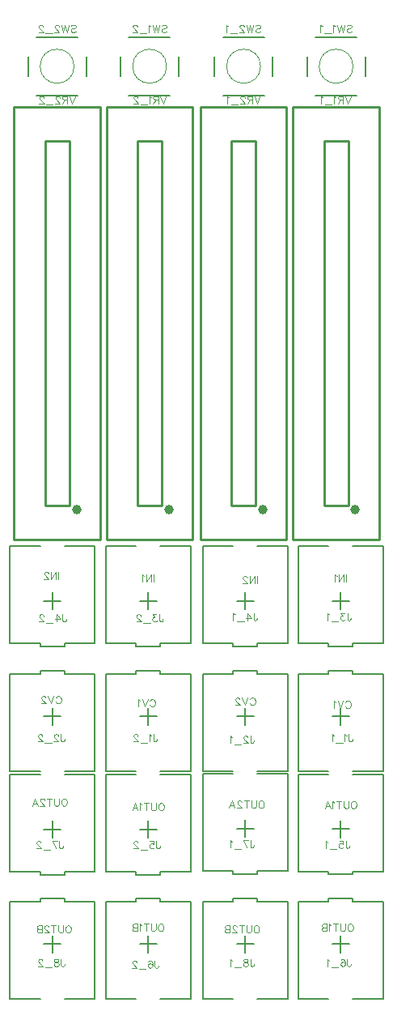
<source format=gbo>
G04 DipTrace 3.2.0.1*
G04 twigs02.GBO*
%MOIN*%
G04 #@! TF.FileFunction,Legend,Bot*
G04 #@! TF.Part,Single*
%ADD10C,0.009843*%
%ADD15C,0.008*%
%ADD19C,0.006*%
%ADD24C,0.000013*%
%ADD29C,0.005984*%
%ADD40O,0.039405X0.039508*%
%ADD68C,0.004632*%
%FSLAX26Y26*%
G04*
G70*
G90*
G75*
G01*
G04 BotSilk*
%LPD*%
X1795947Y1569210D2*
D19*
X1725912D1*
X1760912Y1534263D2*
Y1604206D1*
X1710897Y1744093D2*
X1585912D1*
X1810927D2*
X1935912D1*
X1810927Y1344084D2*
X1935912D1*
X1710897D2*
X1585912D1*
Y1744093D1*
X1935912D2*
Y1344084D1*
X1810927Y1744093D2*
D29*
Y1756567D1*
X1710897D1*
Y1744093D1*
X1402197Y1569210D2*
D19*
X1332162D1*
X1367162Y1534263D2*
Y1604206D1*
X1317147Y1744093D2*
X1192162D1*
X1417177D2*
X1542162D1*
X1417177Y1344084D2*
X1542162D1*
X1317147D2*
X1192162D1*
Y1744093D1*
X1542162D2*
Y1344084D1*
X1417177Y1744093D2*
D29*
Y1756567D1*
X1317147D1*
Y1744093D1*
X1725877Y2043968D2*
D19*
X1795912D1*
X1760912Y2078915D2*
Y2008971D1*
X1810927Y1869084D2*
X1935912D1*
X1710897D2*
X1585912D1*
X1710897Y2269094D2*
X1585912D1*
X1810927D2*
X1935912D1*
Y1869084D1*
X1585912D2*
Y2269094D1*
X1710897Y1869084D2*
D29*
Y1856610D1*
X1810927D1*
Y1869084D1*
X1332127Y2043968D2*
D19*
X1402162D1*
X1367162Y2078915D2*
Y2008971D1*
X1417177Y1869084D2*
X1542162D1*
X1317147D2*
X1192162D1*
X1317147Y2269094D2*
X1192162D1*
X1417177D2*
X1542162D1*
Y1869084D1*
X1192162D2*
Y2269094D1*
X1317147Y1869084D2*
D29*
Y1856610D1*
X1417177D1*
Y1869084D1*
X1725815Y1106393D2*
D19*
X1795850D1*
X1760850Y1141340D2*
Y1071396D1*
X1810865Y931509D2*
X1935850D1*
X1710835D2*
X1585850D1*
X1710835Y1331519D2*
X1585850D1*
X1810865D2*
X1935850D1*
Y931509D1*
X1585850D2*
Y1331519D1*
X1710835Y931509D2*
D29*
Y919035D1*
X1810865D1*
Y931509D1*
X1795885Y631708D2*
D19*
X1725850D1*
X1760850Y596746D2*
Y666669D1*
X1710835Y806565D2*
X1585850D1*
X1810865D2*
X1935850D1*
X1810865Y406559D2*
X1935850D1*
X1710835D2*
X1585850D1*
Y806565D1*
X1935850D2*
Y406559D1*
X1810865Y806565D2*
D29*
Y819026D1*
X1710835D1*
Y806565D1*
X1332127Y1107975D2*
D19*
X1402162D1*
X1367162Y1142922D2*
Y1072979D1*
X1417177Y933092D2*
X1542162D1*
X1317147D2*
X1192162D1*
X1317147Y1333101D2*
X1192162D1*
X1417177D2*
X1542162D1*
Y933092D1*
X1192162D2*
Y1333101D1*
X1317147Y933092D2*
D29*
Y920618D1*
X1417177D1*
Y933092D1*
X1402197Y631734D2*
D19*
X1332162D1*
X1367162Y596772D2*
Y666695D1*
X1317147Y806591D2*
X1192162D1*
X1417177D2*
X1542162D1*
X1417177Y406586D2*
X1542162D1*
X1317147D2*
X1192162D1*
Y806591D1*
X1542162D2*
Y406586D1*
X1417177Y806591D2*
D29*
Y819052D1*
X1317147D1*
Y806591D1*
X1672171Y4244089D2*
D24*
G02X1672171Y4244089I69993J0D01*
G01*
X1657156Y4364091D2*
D15*
X1827172D1*
Y4124086D2*
X1657156D1*
X1622176Y4283375D2*
Y4204096D1*
X1862152Y4284560D2*
Y4204096D1*
X1290919Y4244089D2*
D24*
G02X1290919Y4244089I69993J0D01*
G01*
X1275904Y4364091D2*
D15*
X1445920D1*
Y4124086D2*
X1275904D1*
X1240924Y4283375D2*
Y4204096D1*
X1480900Y4284560D2*
Y4204096D1*
X1919282Y2297736D2*
D10*
X1564921D1*
X1919282D2*
Y4077354D1*
X1564921Y2297736D2*
Y4077354D1*
X1919282D2*
X1564921D1*
X1792121Y3937476D2*
X1692082D1*
X1792121D2*
Y2437614D1*
X1692082D2*
X1792121D1*
X1692082D2*
Y3937476D1*
D40*
X1821799Y2419818D3*
X1538072Y2297736D2*
D10*
X1183711D1*
X1538072D2*
Y4077354D1*
X1183711Y2297736D2*
Y4077354D1*
X1538072D2*
X1183711D1*
X1410911Y3937476D2*
X1310872D1*
X1410911D2*
Y2437614D1*
X1310872D2*
X1410911D1*
X1310872D2*
Y3937476D1*
D40*
X1440589Y2419818D3*
X1002197Y1569210D2*
D19*
X932162D1*
X967162Y1534263D2*
Y1604206D1*
X917147Y1744093D2*
X792162D1*
X1017177D2*
X1142162D1*
X1017177Y1344084D2*
X1142162D1*
X917147D2*
X792162D1*
Y1744093D1*
X1142162D2*
Y1344084D1*
X1017177Y1744093D2*
D29*
Y1756567D1*
X917147D1*
Y1744093D1*
X608447Y1569210D2*
D19*
X538412D1*
X573412Y1534263D2*
Y1604206D1*
X523397Y1744093D2*
X398412D1*
X623427D2*
X748412D1*
X623427Y1344084D2*
X748412D1*
X523397D2*
X398412D1*
Y1744093D1*
X748412D2*
Y1344084D1*
X623427Y1744093D2*
D29*
Y1756567D1*
X523397D1*
Y1744093D1*
X932127Y2043968D2*
D19*
X1002162D1*
X967162Y2078915D2*
Y2008971D1*
X1017177Y1869084D2*
X1142162D1*
X917147D2*
X792162D1*
X917147Y2269094D2*
X792162D1*
X1017177D2*
X1142162D1*
Y1869084D1*
X792162D2*
Y2269094D1*
X917147Y1869084D2*
D29*
Y1856610D1*
X1017177D1*
Y1869084D1*
X538377Y2043968D2*
D19*
X608412D1*
X573412Y2078915D2*
Y2008971D1*
X623427Y1869084D2*
X748412D1*
X523397D2*
X398412D1*
X523397Y2269094D2*
X398412D1*
X623427D2*
X748412D1*
Y1869084D1*
X398412D2*
Y2269094D1*
X523397Y1869084D2*
D29*
Y1856610D1*
X623427D1*
Y1869084D1*
X932127Y1104598D2*
D19*
X1002162D1*
X967162Y1139545D2*
Y1069601D1*
X1017177Y929714D2*
X1142162D1*
X917147D2*
X792162D1*
X917147Y1329724D2*
X792162D1*
X1017177D2*
X1142162D1*
Y929714D1*
X792162D2*
Y1329724D1*
X917147Y929714D2*
D29*
Y917240D1*
X1017177D1*
Y929714D1*
X1002197Y631734D2*
D19*
X932162D1*
X967162Y596772D2*
Y666695D1*
X917147Y806591D2*
X792162D1*
X1017177D2*
X1142162D1*
X1017177Y406586D2*
X1142162D1*
X917147D2*
X792162D1*
Y806591D1*
X1142162D2*
Y406586D1*
X1017177Y806591D2*
D29*
Y819052D1*
X917147D1*
Y806591D1*
X538377Y1104598D2*
D19*
X608412D1*
X573412Y1139545D2*
Y1069601D1*
X623427Y929714D2*
X748412D1*
X523397D2*
X398412D1*
X523397Y1329724D2*
X398412D1*
X623427D2*
X748412D1*
Y929714D1*
X398412D2*
Y1329724D1*
X523397Y929714D2*
D29*
Y917240D1*
X623427D1*
Y929714D1*
X608447Y631734D2*
D19*
X538412D1*
X573412Y596772D2*
Y666695D1*
X523397Y806591D2*
X398412D1*
X623427D2*
X748412D1*
X623427Y406586D2*
X748412D1*
X523397D2*
X398412D1*
Y806591D1*
X748412D2*
Y406586D1*
X623427Y806591D2*
D29*
Y819052D1*
X523397D1*
Y806591D1*
X903419Y4244089D2*
D24*
G02X903419Y4244089I69993J0D01*
G01*
X888404Y4364091D2*
D15*
X1058420D1*
Y4124086D2*
X888404D1*
X853424Y4283375D2*
Y4204096D1*
X1093400Y4284560D2*
Y4204096D1*
X522168Y4244089D2*
D24*
G02X522168Y4244089I69993J0D01*
G01*
X507153Y4364091D2*
D15*
X677169D1*
Y4124086D2*
X507153D1*
X472173Y4283375D2*
Y4204096D1*
X712149Y4284560D2*
Y4204096D1*
X1150613Y2297736D2*
D10*
X796252D1*
X1150613D2*
Y4077354D1*
X796252Y2297736D2*
Y4077354D1*
X1150613D2*
X796252D1*
X1023452Y3937476D2*
X923413D1*
X1023452D2*
Y2437614D1*
X923413D2*
X1023452D1*
X923413D2*
Y3937476D1*
D40*
X1053130Y2419818D3*
X769403Y2297736D2*
D10*
X415042D1*
X769403D2*
Y4077354D1*
X415042Y2297736D2*
Y4077354D1*
X769403D2*
X415042D1*
X642242Y3937476D2*
X542203D1*
X642242D2*
Y2437614D1*
X542203D2*
X642242D1*
X542203D2*
Y3937476D1*
D40*
X671920Y2419818D3*
X1794702Y1495063D2*
D68*
Y1472115D1*
X1796128Y1467804D1*
X1797587Y1466378D1*
X1800439Y1464919D1*
X1803324D1*
X1806176Y1466378D1*
X1807602Y1467804D1*
X1809061Y1472115D1*
Y1474967D1*
X1785439Y1489293D2*
X1782554Y1490752D1*
X1778243Y1495030D1*
Y1464919D1*
X1768979Y1459945D2*
X1741720D1*
X1732457Y1489293D2*
X1729572Y1490752D1*
X1725261Y1495030D1*
Y1464919D1*
X1780736Y1626219D2*
X1782162Y1629071D1*
X1785047Y1631956D1*
X1787899Y1633382D1*
X1793635D1*
X1796521Y1631956D1*
X1799372Y1629071D1*
X1800832Y1626219D1*
X1802258Y1621908D1*
Y1614712D1*
X1800832Y1610434D1*
X1799372Y1607549D1*
X1796521Y1604697D1*
X1793635Y1603238D1*
X1787899D1*
X1785047Y1604697D1*
X1782162Y1607549D1*
X1780736Y1610434D1*
X1771472Y1633382D2*
X1759998Y1603238D1*
X1748524Y1633382D1*
X1739261Y1627612D2*
X1736376Y1629071D1*
X1732064Y1633349D1*
Y1603238D1*
X1388655Y1488814D2*
Y1465866D1*
X1390081Y1461555D1*
X1391540Y1460129D1*
X1394392Y1458670D1*
X1397277D1*
X1400129Y1460129D1*
X1401555Y1461555D1*
X1403014Y1465866D1*
Y1468718D1*
X1377932Y1481618D2*
Y1483044D1*
X1376506Y1485929D1*
X1375080Y1487355D1*
X1372195Y1488781D1*
X1366458D1*
X1363606Y1487355D1*
X1362180Y1485929D1*
X1360721Y1483044D1*
Y1480192D1*
X1362180Y1477307D1*
X1365032Y1473029D1*
X1379391Y1458670D1*
X1359295D1*
X1350032Y1453696D2*
X1322773D1*
X1313509Y1483044D2*
X1310624Y1484503D1*
X1306313Y1488781D1*
Y1458670D1*
X1387187Y1638718D2*
X1388613Y1641570D1*
X1391498Y1644455D1*
X1394350Y1645881D1*
X1400087D1*
X1402972Y1644455D1*
X1405824Y1641570D1*
X1407283Y1638718D1*
X1408709Y1634407D1*
Y1627211D1*
X1407283Y1622933D1*
X1405824Y1620048D1*
X1402972Y1617196D1*
X1400087Y1615737D1*
X1394350D1*
X1391498Y1617196D1*
X1388613Y1620048D1*
X1387187Y1622933D1*
X1377923Y1645881D2*
X1366449Y1615737D1*
X1354975Y1645881D1*
X1344253Y1638684D2*
Y1640110D1*
X1342827Y1642996D1*
X1341401Y1644421D1*
X1338516Y1645847D1*
X1332779D1*
X1329927Y1644421D1*
X1328501Y1642996D1*
X1327042Y1640110D1*
Y1637259D1*
X1328501Y1634373D1*
X1331353Y1630096D1*
X1345712Y1615737D1*
X1325616D1*
X1788654Y1994806D2*
Y1971858D1*
X1790080Y1967547D1*
X1791539Y1966121D1*
X1794391Y1964662D1*
X1797276D1*
X1800128Y1966121D1*
X1801554Y1967547D1*
X1803013Y1971858D1*
Y1974710D1*
X1776505Y1994773D2*
X1760753D1*
X1769342Y1983299D1*
X1765031D1*
X1762179Y1981873D1*
X1760753Y1980447D1*
X1759294Y1976136D1*
Y1973284D1*
X1760753Y1968973D1*
X1763605Y1966088D1*
X1767916Y1964662D1*
X1772227D1*
X1776505Y1966088D1*
X1777931Y1967547D1*
X1779390Y1970399D1*
X1750031Y1959688D2*
X1722772D1*
X1713508Y1989036D2*
X1710623Y1990495D1*
X1706312Y1994773D1*
Y1964662D1*
X1783821Y2151873D2*
Y2121729D1*
X1754462Y2151873D2*
Y2121729D1*
X1774558Y2151873D1*
Y2121729D1*
X1745198Y2146103D2*
X1742313Y2147562D1*
X1738002Y2151840D1*
Y2121729D1*
X1401867Y1994806D2*
Y1971858D1*
X1403293Y1967547D1*
X1404752Y1966121D1*
X1407604Y1964662D1*
X1410489D1*
X1413341Y1966121D1*
X1414767Y1967547D1*
X1416226Y1971858D1*
Y1974710D1*
X1378244Y1964662D2*
Y1994773D1*
X1392603Y1974710D1*
X1371081D1*
X1361818Y1959688D2*
X1334559D1*
X1325295Y1989036D2*
X1322410Y1990495D1*
X1318099Y1994773D1*
Y1964662D1*
X1415270Y2145623D2*
Y2115479D1*
X1385910Y2145623D2*
Y2115479D1*
X1406006Y2145623D1*
Y2115479D1*
X1375188Y2138427D2*
Y2139853D1*
X1373762Y2142738D1*
X1372336Y2144164D1*
X1369451Y2145590D1*
X1363714D1*
X1360862Y2144164D1*
X1359436Y2142738D1*
X1357977Y2139853D1*
Y2137001D1*
X1359436Y2134116D1*
X1362288Y2129838D1*
X1376647Y2115479D1*
X1356551D1*
X1782343Y1057231D2*
Y1034283D1*
X1783769Y1029972D1*
X1785228Y1028546D1*
X1788080Y1027087D1*
X1790965D1*
X1793817Y1028546D1*
X1795243Y1029972D1*
X1796702Y1034283D1*
Y1037135D1*
X1755868Y1057198D2*
X1770194D1*
X1771620Y1044298D1*
X1770194Y1045724D1*
X1765883Y1047183D1*
X1761605D1*
X1757294Y1045724D1*
X1754409Y1042872D1*
X1752983Y1038561D1*
Y1035709D1*
X1754409Y1031398D1*
X1757294Y1028513D1*
X1761605Y1027087D1*
X1765883D1*
X1770194Y1028513D1*
X1771620Y1029972D1*
X1773079Y1032824D1*
X1743720Y1022113D2*
X1716461D1*
X1707197Y1051461D2*
X1704312Y1052920D1*
X1700001Y1057198D1*
Y1027087D1*
X1817414Y1220547D2*
X1820299Y1219121D1*
X1823151Y1216236D1*
X1824610Y1213384D1*
X1826036Y1209073D1*
Y1201877D1*
X1824610Y1197599D1*
X1823151Y1194714D1*
X1820299Y1191862D1*
X1817414Y1190403D1*
X1811677D1*
X1808825Y1191862D1*
X1805940Y1194714D1*
X1804514Y1197599D1*
X1803088Y1201877D1*
Y1209073D1*
X1804514Y1213384D1*
X1805940Y1216236D1*
X1808825Y1219121D1*
X1811677Y1220547D1*
X1817414D1*
X1793824D2*
Y1199025D1*
X1792398Y1194714D1*
X1789513Y1191862D1*
X1785202Y1190403D1*
X1782350D1*
X1778039Y1191862D1*
X1775154Y1194714D1*
X1773728Y1199025D1*
Y1220547D1*
X1754417D2*
Y1190403D1*
X1764465Y1220547D2*
X1744369D1*
X1735105Y1214777D2*
X1732220Y1216236D1*
X1727909Y1220514D1*
Y1190403D1*
X1695664D2*
X1707171Y1220547D1*
X1718645Y1190403D1*
X1714334Y1200451D2*
X1699975D1*
X1788361Y570300D2*
Y547352D1*
X1789787Y543041D1*
X1791246Y541615D1*
X1794098Y540156D1*
X1796983D1*
X1799835Y541615D1*
X1801261Y543041D1*
X1802720Y547352D1*
Y550204D1*
X1761887Y565989D2*
X1763313Y568841D1*
X1767624Y570267D1*
X1770476D1*
X1774787Y568841D1*
X1777672Y564530D1*
X1779098Y557367D1*
Y550204D1*
X1777672Y544467D1*
X1774787Y541582D1*
X1770476Y540156D1*
X1769050D1*
X1764772Y541582D1*
X1761887Y544467D1*
X1760461Y548778D1*
Y550204D1*
X1761887Y554515D1*
X1764772Y557367D1*
X1769050Y558793D1*
X1770476D1*
X1774787Y557367D1*
X1777672Y554515D1*
X1779098Y550204D1*
X1751197Y535181D2*
X1723938D1*
X1714675Y564530D2*
X1711790Y565989D1*
X1707479Y570267D1*
Y540156D1*
X1803472Y715101D2*
X1806357Y713675D1*
X1809209Y710790D1*
X1810668Y707938D1*
X1812094Y703627D1*
Y696431D1*
X1810668Y692153D1*
X1809209Y689268D1*
X1806357Y686416D1*
X1803472Y684957D1*
X1797735D1*
X1794883Y686416D1*
X1791998Y689268D1*
X1790572Y692153D1*
X1789146Y696431D1*
Y703627D1*
X1790572Y707938D1*
X1791998Y710790D1*
X1794883Y713675D1*
X1797735Y715101D1*
X1803472D1*
X1779883D2*
Y693579D1*
X1778457Y689268D1*
X1775572Y686416D1*
X1771261Y684957D1*
X1768409D1*
X1764098Y686416D1*
X1761213Y689268D1*
X1759787Y693579D1*
Y715101D1*
X1740475D2*
Y684957D1*
X1750523Y715101D2*
X1730427D1*
X1721164Y709331D2*
X1718279Y710790D1*
X1713968Y715068D1*
Y684957D1*
X1704704Y715101D2*
Y684957D1*
X1691771D1*
X1687460Y686416D1*
X1686034Y687842D1*
X1684608Y690694D1*
Y695005D1*
X1686034Y697890D1*
X1687460Y699316D1*
X1691771Y700742D1*
X1687460Y702201D1*
X1686034Y703627D1*
X1684608Y706479D1*
Y709364D1*
X1686034Y712216D1*
X1687460Y713675D1*
X1691771Y715101D1*
X1704704D1*
Y700742D2*
X1691771D1*
X1388655Y1058814D2*
Y1035866D1*
X1390081Y1031555D1*
X1391540Y1030129D1*
X1394392Y1028670D1*
X1397277D1*
X1400129Y1030129D1*
X1401555Y1031555D1*
X1403014Y1035866D1*
Y1038718D1*
X1373654Y1028670D2*
X1359295Y1058781D1*
X1379391D1*
X1350032Y1023696D2*
X1322773D1*
X1313509Y1053044D2*
X1310624Y1054503D1*
X1306313Y1058781D1*
Y1028670D1*
X1436425Y1222130D2*
X1439310Y1220704D1*
X1442162Y1217819D1*
X1443621Y1214967D1*
X1445047Y1210656D1*
Y1203460D1*
X1443621Y1199182D1*
X1442162Y1196297D1*
X1439310Y1193445D1*
X1436425Y1191986D1*
X1430688D1*
X1427836Y1193445D1*
X1424951Y1196297D1*
X1423525Y1199182D1*
X1422099Y1203460D1*
Y1210656D1*
X1423525Y1214967D1*
X1424951Y1217819D1*
X1427836Y1220704D1*
X1430688Y1222130D1*
X1436425D1*
X1412836D2*
Y1200608D1*
X1411410Y1196297D1*
X1408525Y1193445D1*
X1404214Y1191986D1*
X1401362D1*
X1397051Y1193445D1*
X1394166Y1196297D1*
X1392740Y1200608D1*
Y1222130D1*
X1373428D2*
Y1191986D1*
X1383476Y1222130D2*
X1363380D1*
X1352658Y1214934D2*
Y1216360D1*
X1351232Y1219245D1*
X1349806Y1220671D1*
X1346921Y1222097D1*
X1341184D1*
X1338332Y1220671D1*
X1336906Y1219245D1*
X1335447Y1216360D1*
Y1213508D1*
X1336906Y1210623D1*
X1339758Y1206345D1*
X1354117Y1191986D1*
X1334021D1*
X1301776D2*
X1313283Y1222130D1*
X1324757Y1191986D1*
X1320446Y1202034D2*
X1306087D1*
X1389137Y570326D2*
Y547378D1*
X1390563Y543067D1*
X1392022Y541641D1*
X1394874Y540182D1*
X1397759D1*
X1400611Y541641D1*
X1402037Y543067D1*
X1403496Y547378D1*
Y550230D1*
X1372711Y570293D2*
X1376988Y568867D1*
X1378448Y566015D1*
Y563130D1*
X1376988Y560278D1*
X1374137Y558819D1*
X1368400Y557393D1*
X1364089Y555967D1*
X1361237Y553082D1*
X1359811Y550230D1*
Y545919D1*
X1361237Y543067D1*
X1362663Y541608D1*
X1366974Y540182D1*
X1372711D1*
X1376988Y541608D1*
X1378448Y543067D1*
X1379874Y545919D1*
Y550230D1*
X1378448Y553082D1*
X1375562Y555967D1*
X1371285Y557393D1*
X1365548Y558819D1*
X1362663Y560278D1*
X1361237Y563130D1*
Y566015D1*
X1362663Y568867D1*
X1366974Y570293D1*
X1372711D1*
X1350547Y535208D2*
X1323288D1*
X1314025Y564556D2*
X1311140Y566015D1*
X1306829Y570293D1*
Y540182D1*
X1416235Y708878D2*
X1419120Y707452D1*
X1421972Y704567D1*
X1423431Y701715D1*
X1424857Y697404D1*
Y690208D1*
X1423431Y685930D1*
X1421972Y683045D1*
X1419120Y680193D1*
X1416235Y678734D1*
X1410498D1*
X1407646Y680193D1*
X1404761Y683045D1*
X1403335Y685930D1*
X1401909Y690208D1*
Y697404D1*
X1403335Y701715D1*
X1404761Y704567D1*
X1407646Y707452D1*
X1410498Y708878D1*
X1416235D1*
X1392645D2*
Y687356D1*
X1391219Y683045D1*
X1388334Y680193D1*
X1384023Y678734D1*
X1381171D1*
X1376860Y680193D1*
X1373975Y683045D1*
X1372549Y687356D1*
Y708878D1*
X1353238D2*
Y678734D1*
X1363286Y708878D2*
X1343190D1*
X1332467Y701682D2*
Y703107D1*
X1331041Y705993D1*
X1329615Y707419D1*
X1326730Y708844D1*
X1320993D1*
X1318141Y707419D1*
X1316715Y705993D1*
X1315256Y703107D1*
Y700256D1*
X1316715Y697371D1*
X1319567Y693093D1*
X1333926Y678734D1*
X1313830D1*
X1304567Y708878D2*
Y678734D1*
X1291634D1*
X1287322Y680193D1*
X1285897Y681619D1*
X1284471Y684471D1*
Y688782D1*
X1285897Y691667D1*
X1287322Y693093D1*
X1291634Y694519D1*
X1287322Y695978D1*
X1285897Y697404D1*
X1284471Y700256D1*
Y703141D1*
X1285897Y705993D1*
X1287322Y707452D1*
X1291634Y708878D1*
X1304567D1*
Y694519D2*
X1291634D1*
X1785827Y4409711D2*
X1788679Y4412596D1*
X1792990Y4414022D1*
X1798727D1*
X1803038Y4412596D1*
X1805923Y4409711D1*
Y4406860D1*
X1804464Y4403974D1*
X1803038Y4402548D1*
X1800186Y4401123D1*
X1791564Y4398237D1*
X1788679Y4396812D1*
X1787253Y4395352D1*
X1785827Y4392500D1*
Y4388189D1*
X1788679Y4385338D1*
X1792990Y4383878D1*
X1798727D1*
X1803038Y4385338D1*
X1805923Y4388189D1*
X1776564Y4414022D2*
X1769368Y4383878D1*
X1762205Y4414022D1*
X1755042Y4383878D1*
X1747846Y4414022D1*
X1738582Y4408252D2*
X1735697Y4409711D1*
X1731386Y4413989D1*
Y4383878D1*
X1722123Y4378904D2*
X1694864D1*
X1685600Y4408252D2*
X1682715Y4409711D1*
X1678404Y4413989D1*
Y4383878D1*
X1411025Y4409711D2*
X1413877Y4412596D1*
X1418188Y4414022D1*
X1423925D1*
X1428236Y4412596D1*
X1431121Y4409711D1*
Y4406860D1*
X1429662Y4403974D1*
X1428236Y4402548D1*
X1425384Y4401123D1*
X1416762Y4398237D1*
X1413877Y4396812D1*
X1412451Y4395352D1*
X1411025Y4392500D1*
Y4388189D1*
X1413877Y4385338D1*
X1418188Y4383878D1*
X1423925D1*
X1428236Y4385338D1*
X1431121Y4388189D1*
X1401762Y4414022D2*
X1394566Y4383878D1*
X1387403Y4414022D1*
X1380240Y4383878D1*
X1373044Y4414022D1*
X1362321Y4406826D2*
Y4408252D1*
X1360895Y4411137D1*
X1359469Y4412563D1*
X1356584Y4413989D1*
X1350847D1*
X1347995Y4412563D1*
X1346569Y4411137D1*
X1345110Y4408252D1*
Y4405400D1*
X1346569Y4402515D1*
X1349421Y4398237D1*
X1363780Y4383878D1*
X1343684D1*
X1334421Y4378904D2*
X1307162D1*
X1297898Y4408252D2*
X1295013Y4409711D1*
X1290702Y4413989D1*
Y4383878D1*
X1802977Y4121288D2*
X1791503Y4091144D1*
X1780029Y4121288D1*
X1770765Y4106929D2*
X1757865D1*
X1753554Y4108388D1*
X1752095Y4109814D1*
X1750669Y4112666D1*
Y4115551D1*
X1752095Y4118403D1*
X1753554Y4119862D1*
X1757865Y4121288D1*
X1770765D1*
Y4091144D1*
X1760717Y4106929D2*
X1750669Y4091144D1*
X1741406Y4115518D2*
X1738520Y4116977D1*
X1734209Y4121255D1*
Y4091144D1*
X1724946Y4086170D2*
X1697687D1*
X1688423Y4115518D2*
X1685538Y4116977D1*
X1681227Y4121255D1*
Y4091144D1*
X1428217Y4121288D2*
X1416743Y4091144D1*
X1405269Y4121288D1*
X1396005Y4106929D2*
X1383105D1*
X1378794Y4108388D1*
X1377335Y4109814D1*
X1375909Y4112666D1*
Y4115551D1*
X1377335Y4118403D1*
X1378794Y4119862D1*
X1383105Y4121288D1*
X1396005D1*
Y4091144D1*
X1385957Y4106929D2*
X1375909Y4091144D1*
X1365186Y4114092D2*
Y4115518D1*
X1363760Y4118403D1*
X1362335Y4119829D1*
X1359449Y4121255D1*
X1353712D1*
X1350861Y4119829D1*
X1349435Y4118403D1*
X1347975Y4115518D1*
Y4112666D1*
X1349435Y4109781D1*
X1352287Y4105503D1*
X1366646Y4091144D1*
X1346550D1*
X1337286Y4086170D2*
X1310027D1*
X1300764Y4115518D2*
X1297878Y4116977D1*
X1293567Y4121255D1*
Y4091144D1*
X988655Y1495063D2*
Y1472115D1*
X990081Y1467804D1*
X991540Y1466378D1*
X994392Y1464919D1*
X997277D1*
X1000129Y1466378D1*
X1001555Y1467804D1*
X1003014Y1472115D1*
Y1474967D1*
X979391Y1489293D2*
X976506Y1490752D1*
X972195Y1495030D1*
Y1464919D1*
X962932Y1459945D2*
X935673D1*
X924950Y1487867D2*
Y1489293D1*
X923524Y1492178D1*
X922098Y1493604D1*
X919213Y1495030D1*
X913476D1*
X910624Y1493604D1*
X909198Y1492178D1*
X907739Y1489293D1*
Y1486441D1*
X909198Y1483556D1*
X912050Y1479278D1*
X926409Y1464919D1*
X906313D1*
X974488Y1632468D2*
X975914Y1635320D1*
X978799Y1638205D1*
X981650Y1639631D1*
X987387D1*
X990273Y1638205D1*
X993124Y1635320D1*
X994584Y1632468D1*
X996010Y1628157D1*
Y1620961D1*
X994584Y1616683D1*
X993124Y1613798D1*
X990273Y1610946D1*
X987387Y1609487D1*
X981650D1*
X978799Y1610946D1*
X975914Y1613798D1*
X974488Y1616683D1*
X965224Y1639631D2*
X953750Y1609487D1*
X942276Y1639631D1*
X933013Y1633861D2*
X930127Y1635320D1*
X925816Y1639598D1*
Y1609487D1*
X607604Y1495063D2*
Y1472115D1*
X609030Y1467804D1*
X610489Y1466378D1*
X613341Y1464919D1*
X616226D1*
X619078Y1466378D1*
X620504Y1467804D1*
X621963Y1472115D1*
Y1474967D1*
X596881Y1487867D2*
Y1489293D1*
X595455Y1492178D1*
X594029Y1493604D1*
X591144Y1495030D1*
X585407D1*
X582555Y1493604D1*
X581129Y1492178D1*
X579670Y1489293D1*
Y1486441D1*
X581129Y1483556D1*
X583981Y1479278D1*
X598340Y1464919D1*
X578244D1*
X568981Y1459945D2*
X541722D1*
X530999Y1487867D2*
Y1489293D1*
X529573Y1492178D1*
X528147Y1493604D1*
X525262Y1495030D1*
X519525D1*
X516673Y1493604D1*
X515247Y1492178D1*
X513788Y1489293D1*
Y1486441D1*
X515247Y1483556D1*
X518099Y1479278D1*
X532458Y1464919D1*
X512362D1*
X587187Y1644967D2*
X588613Y1647819D1*
X591498Y1650704D1*
X594350Y1652130D1*
X600087D1*
X602972Y1650704D1*
X605824Y1647819D1*
X607283Y1644967D1*
X608709Y1640656D1*
Y1633460D1*
X607283Y1629182D1*
X605824Y1626297D1*
X602972Y1623445D1*
X600087Y1621986D1*
X594350D1*
X591498Y1623445D1*
X588613Y1626297D1*
X587187Y1629182D1*
X577923Y1652130D2*
X566449Y1621986D1*
X554975Y1652130D1*
X544253Y1644934D2*
Y1646360D1*
X542827Y1649245D1*
X541401Y1650671D1*
X538516Y1652097D1*
X532779D1*
X529927Y1650671D1*
X528501Y1649245D1*
X527042Y1646360D1*
Y1643508D1*
X528501Y1640623D1*
X531353Y1636345D1*
X545712Y1621986D1*
X525616D1*
X1013853Y1988557D2*
Y1965609D1*
X1015279Y1961298D1*
X1016738Y1959872D1*
X1019590Y1958413D1*
X1022475D1*
X1025327Y1959872D1*
X1026753Y1961298D1*
X1028212Y1965609D1*
Y1968461D1*
X1001704Y1988523D2*
X985953D1*
X994541Y1977049D1*
X990230D1*
X987378Y1975623D1*
X985953Y1974198D1*
X984493Y1969887D1*
Y1967035D1*
X985953Y1962724D1*
X988804Y1959839D1*
X993115Y1958413D1*
X997426D1*
X1001704Y1959839D1*
X1003130Y1961298D1*
X1004589Y1964150D1*
X975230Y1953438D2*
X947971D1*
X937248Y1981360D2*
Y1982786D1*
X935822Y1985672D1*
X934396Y1987097D1*
X931511Y1988523D1*
X925774D1*
X922922Y1987097D1*
X921496Y1985672D1*
X920037Y1982786D1*
Y1979935D1*
X921496Y1977049D1*
X924348Y1972772D1*
X938707Y1958413D1*
X918611D1*
X990072Y2151873D2*
Y2121729D1*
X960712Y2151873D2*
Y2121729D1*
X980808Y2151873D1*
Y2121729D1*
X951449Y2146103D2*
X948564Y2147562D1*
X944253Y2151840D1*
Y2121729D1*
X614566Y1988557D2*
Y1965609D1*
X615992Y1961298D1*
X617451Y1959872D1*
X620303Y1958413D1*
X623188D1*
X626040Y1959872D1*
X627466Y1961298D1*
X628925Y1965609D1*
Y1968461D1*
X590943Y1958413D2*
Y1988523D1*
X605302Y1968461D1*
X583780D1*
X574517Y1953438D2*
X547258D1*
X536535Y1981360D2*
Y1982786D1*
X535109Y1985672D1*
X533683Y1987097D1*
X530798Y1988523D1*
X525061D1*
X522209Y1987097D1*
X520783Y1985672D1*
X519324Y1982786D1*
Y1979935D1*
X520783Y1977049D1*
X523635Y1972772D1*
X537994Y1958413D1*
X517898D1*
X596522Y2164371D2*
Y2134227D1*
X567162Y2164371D2*
Y2134227D1*
X587258Y2164371D1*
Y2134227D1*
X556440Y2157175D2*
Y2158601D1*
X555014Y2161486D1*
X553588Y2162912D1*
X550703Y2164338D1*
X544966D1*
X542114Y2162912D1*
X540688Y2161486D1*
X539229Y2158601D1*
Y2155749D1*
X540688Y2152864D1*
X543540Y2148586D1*
X557899Y2134227D1*
X537803D1*
X1001354Y1055436D2*
Y1032488D1*
X1002780Y1028177D1*
X1004239Y1026751D1*
X1007091Y1025292D1*
X1009976D1*
X1012828Y1026751D1*
X1014254Y1028177D1*
X1015713Y1032488D1*
Y1035340D1*
X974880Y1055403D2*
X989206D1*
X990632Y1042503D1*
X989206Y1043929D1*
X984895Y1045388D1*
X980617D1*
X976306Y1043929D1*
X973421Y1041077D1*
X971995Y1036766D1*
Y1033914D1*
X973421Y1029603D1*
X976306Y1026718D1*
X980617Y1025292D1*
X984895D1*
X989206Y1026718D1*
X990632Y1028177D1*
X992091Y1031029D1*
X962731Y1020318D2*
X935472D1*
X924750Y1048240D2*
Y1049666D1*
X923324Y1052551D1*
X921898Y1053977D1*
X919013Y1055403D1*
X913276D1*
X910424Y1053977D1*
X908998Y1052551D1*
X907539Y1049666D1*
Y1046814D1*
X908998Y1043929D1*
X911850Y1039651D1*
X926209Y1025292D1*
X906113D1*
X1023726Y1212503D2*
X1026611Y1211077D1*
X1029463Y1208192D1*
X1030922Y1205340D1*
X1032348Y1201029D1*
Y1193833D1*
X1030922Y1189555D1*
X1029463Y1186670D1*
X1026611Y1183818D1*
X1023726Y1182359D1*
X1017989D1*
X1015137Y1183818D1*
X1012252Y1186670D1*
X1010826Y1189555D1*
X1009400Y1193833D1*
Y1201029D1*
X1010826Y1205340D1*
X1012252Y1208192D1*
X1015137Y1211077D1*
X1017989Y1212503D1*
X1023726D1*
X1000137D2*
Y1190981D1*
X998711Y1186670D1*
X995825Y1183818D1*
X991514Y1182359D1*
X988663D1*
X984352Y1183818D1*
X981466Y1186670D1*
X980041Y1190981D1*
Y1212503D1*
X960729D2*
Y1182359D1*
X970777Y1212503D2*
X950681D1*
X941417Y1206732D2*
X938532Y1208192D1*
X934221Y1212469D1*
Y1182359D1*
X901977D2*
X913484Y1212503D1*
X924958Y1182359D1*
X920647Y1192407D2*
X906288D1*
X994874Y564077D2*
Y541129D1*
X996300Y536818D1*
X997759Y535392D1*
X1000611Y533933D1*
X1003496D1*
X1006348Y535392D1*
X1007774Y536818D1*
X1009233Y541129D1*
Y543981D1*
X968400Y559766D2*
X969826Y562617D1*
X974137Y564043D1*
X976988D1*
X981299Y562617D1*
X984185Y558306D1*
X985611Y551144D1*
Y543981D1*
X984185Y538244D1*
X981299Y535359D1*
X976988Y533933D1*
X975562D1*
X971285Y535359D1*
X968400Y538244D1*
X966974Y542555D1*
Y543981D1*
X968400Y548292D1*
X971285Y551144D1*
X975562Y552569D1*
X976988D1*
X981299Y551144D1*
X984185Y548292D1*
X985611Y543981D1*
X957710Y528958D2*
X930451D1*
X919728Y556880D2*
Y558306D1*
X918303Y561192D1*
X916877Y562617D1*
X913991Y564043D1*
X908255D1*
X905403Y562617D1*
X903977Y561192D1*
X902518Y558306D1*
Y555455D1*
X903977Y552569D1*
X906829Y548292D1*
X921188Y533933D1*
X901092D1*
X1022283Y715127D2*
X1025168Y713701D1*
X1028020Y710816D1*
X1029479Y707964D1*
X1030905Y703653D1*
Y696457D1*
X1029479Y692179D1*
X1028020Y689294D1*
X1025168Y686442D1*
X1022283Y684983D1*
X1016546D1*
X1013694Y686442D1*
X1010809Y689294D1*
X1009383Y692179D1*
X1007958Y696457D1*
Y703653D1*
X1009383Y707964D1*
X1010809Y710816D1*
X1013694Y713701D1*
X1016546Y715127D1*
X1022283D1*
X998694D2*
Y693605D1*
X997268Y689294D1*
X994383Y686442D1*
X990072Y684983D1*
X987220D1*
X982909Y686442D1*
X980024Y689294D1*
X978598Y693605D1*
Y715127D1*
X959286D2*
Y684983D1*
X969334Y715127D2*
X949238D1*
X939975Y709357D2*
X937090Y710816D1*
X932779Y715094D1*
Y684983D1*
X923515Y715127D2*
Y684983D1*
X910582D1*
X906271Y686442D1*
X904845Y687868D1*
X903419Y690720D1*
Y695031D1*
X904845Y697916D1*
X906271Y699342D1*
X910582Y700768D1*
X906271Y702227D1*
X904845Y703653D1*
X903419Y706505D1*
Y709390D1*
X904845Y712242D1*
X906271Y713701D1*
X910582Y715127D1*
X923515D1*
Y700768D2*
X910582D1*
X601354Y1055436D2*
Y1032488D1*
X602780Y1028177D1*
X604239Y1026751D1*
X607091Y1025292D1*
X609976D1*
X612828Y1026751D1*
X614254Y1028177D1*
X615713Y1032488D1*
Y1035340D1*
X586354Y1025292D2*
X571995Y1055403D1*
X592091D1*
X562731Y1020318D2*
X535472D1*
X524750Y1048240D2*
Y1049666D1*
X523324Y1052551D1*
X521898Y1053977D1*
X519013Y1055403D1*
X513276D1*
X510424Y1053977D1*
X508998Y1052551D1*
X507539Y1049666D1*
Y1046814D1*
X508998Y1043929D1*
X511850Y1039651D1*
X526209Y1025292D1*
X506113D1*
X623927Y1231251D2*
X626812Y1229825D1*
X629664Y1226940D1*
X631123Y1224088D1*
X632549Y1219777D1*
Y1212581D1*
X631123Y1208303D1*
X629664Y1205418D1*
X626812Y1202566D1*
X623927Y1201107D1*
X618190D1*
X615338Y1202566D1*
X612453Y1205418D1*
X611027Y1208303D1*
X609601Y1212581D1*
Y1219777D1*
X611027Y1224088D1*
X612453Y1226940D1*
X615338Y1229825D1*
X618190Y1231251D1*
X623927D1*
X600337D2*
Y1209729D1*
X598911Y1205418D1*
X596026Y1202566D1*
X591715Y1201107D1*
X588863D1*
X584552Y1202566D1*
X581667Y1205418D1*
X580241Y1209729D1*
Y1231251D1*
X560930D2*
Y1201107D1*
X570978Y1231251D2*
X550882D1*
X540159Y1224055D2*
Y1225481D1*
X538733Y1228366D1*
X537307Y1229792D1*
X534422Y1231217D1*
X528685D1*
X525833Y1229792D1*
X524407Y1228366D1*
X522948Y1225481D1*
Y1222629D1*
X524407Y1219744D1*
X527259Y1215466D1*
X541618Y1201107D1*
X521522D1*
X489277D2*
X500785Y1231251D1*
X512258Y1201107D1*
X507947Y1211155D2*
X493588D1*
X608086Y570326D2*
Y547378D1*
X609512Y543067D1*
X610971Y541641D1*
X613823Y540182D1*
X616708D1*
X619560Y541641D1*
X620986Y543067D1*
X622445Y547378D1*
Y550230D1*
X591659Y570293D2*
X595937Y568867D1*
X597396Y566015D1*
Y563130D1*
X595937Y560278D1*
X593085Y558819D1*
X587348Y557393D1*
X583037Y555967D1*
X580185Y553082D1*
X578759Y550230D1*
Y545919D1*
X580185Y543067D1*
X581611Y541608D1*
X585922Y540182D1*
X591659D1*
X595937Y541608D1*
X597396Y543067D1*
X598822Y545919D1*
Y550230D1*
X597396Y553082D1*
X594511Y555967D1*
X590233Y557393D1*
X584496Y558819D1*
X581611Y560278D1*
X580185Y563130D1*
Y566015D1*
X581611Y568867D1*
X585922Y570293D1*
X591659D1*
X569496Y535208D2*
X542237D1*
X531514Y563130D2*
Y564556D1*
X530088Y567441D1*
X528662Y568867D1*
X525777Y570293D1*
X520040D1*
X517188Y568867D1*
X515762Y567441D1*
X514303Y564556D1*
Y561704D1*
X515762Y558819D1*
X518614Y554541D1*
X532973Y540182D1*
X512877D1*
X641232Y708878D2*
X644117Y707452D1*
X646969Y704567D1*
X648428Y701715D1*
X649854Y697404D1*
Y690208D1*
X648428Y685930D1*
X646969Y683045D1*
X644117Y680193D1*
X641232Y678734D1*
X635495D1*
X632643Y680193D1*
X629758Y683045D1*
X628332Y685930D1*
X626906Y690208D1*
Y697404D1*
X628332Y701715D1*
X629758Y704567D1*
X632643Y707452D1*
X635495Y708878D1*
X641232D1*
X617643D2*
Y687356D1*
X616217Y683045D1*
X613332Y680193D1*
X609021Y678734D1*
X606169D1*
X601858Y680193D1*
X598973Y683045D1*
X597547Y687356D1*
Y708878D1*
X578235D2*
Y678734D1*
X588283Y708878D2*
X568187D1*
X557464Y701682D2*
Y703107D1*
X556038Y705993D1*
X554612Y707419D1*
X551727Y708844D1*
X545990D1*
X543139Y707419D1*
X541713Y705993D1*
X540253Y703107D1*
Y700256D1*
X541713Y697371D1*
X544564Y693093D1*
X558924Y678734D1*
X538828D1*
X529564Y708878D2*
Y678734D1*
X516631D1*
X512320Y680193D1*
X510894Y681619D1*
X509468Y684471D1*
Y688782D1*
X510894Y691667D1*
X512320Y693093D1*
X516631Y694519D1*
X512320Y695978D1*
X510894Y697404D1*
X509468Y700256D1*
Y703141D1*
X510894Y705993D1*
X512320Y707452D1*
X516631Y708878D1*
X529564D1*
Y694519D2*
X516631D1*
X1023525Y4409711D2*
X1026377Y4412596D1*
X1030688Y4414022D1*
X1036425D1*
X1040736Y4412596D1*
X1043621Y4409711D1*
Y4406860D1*
X1042162Y4403974D1*
X1040736Y4402548D1*
X1037884Y4401123D1*
X1029262Y4398237D1*
X1026377Y4396812D1*
X1024951Y4395352D1*
X1023525Y4392500D1*
Y4388189D1*
X1026377Y4385338D1*
X1030688Y4383878D1*
X1036425D1*
X1040736Y4385338D1*
X1043621Y4388189D1*
X1014262Y4414022D2*
X1007066Y4383878D1*
X999903Y4414022D1*
X992740Y4383878D1*
X985544Y4414022D1*
X976280Y4408252D2*
X973395Y4409711D1*
X969084Y4413989D1*
Y4383878D1*
X959821Y4378904D2*
X932562D1*
X921839Y4406826D2*
Y4408252D1*
X920413Y4411137D1*
X918987Y4412563D1*
X916102Y4413989D1*
X910365D1*
X907513Y4412563D1*
X906087Y4411137D1*
X904628Y4408252D1*
Y4405400D1*
X906087Y4402515D1*
X908939Y4398237D1*
X923298Y4383878D1*
X903202D1*
X648725Y4409711D2*
X651577Y4412596D1*
X655888Y4414022D1*
X661625D1*
X665936Y4412596D1*
X668821Y4409711D1*
Y4406860D1*
X667361Y4403974D1*
X665936Y4402548D1*
X663084Y4401123D1*
X654462Y4398237D1*
X651577Y4396812D1*
X650151Y4395352D1*
X648725Y4392500D1*
Y4388189D1*
X651577Y4385338D1*
X655888Y4383878D1*
X661625D1*
X665936Y4385338D1*
X668821Y4388189D1*
X639461Y4414022D2*
X632265Y4383878D1*
X625102Y4414022D1*
X617939Y4383878D1*
X610743Y4414022D1*
X600020Y4406826D2*
Y4408252D1*
X598594Y4411137D1*
X597168Y4412563D1*
X594283Y4413989D1*
X588546D1*
X585694Y4412563D1*
X584269Y4411137D1*
X582809Y4408252D1*
Y4405400D1*
X584269Y4402515D1*
X587120Y4398237D1*
X601479Y4383878D1*
X581383D1*
X572120Y4378904D2*
X544861D1*
X534138Y4406826D2*
Y4408252D1*
X532712Y4411137D1*
X531286Y4412563D1*
X528401Y4413989D1*
X522664D1*
X519812Y4412563D1*
X518386Y4411137D1*
X516927Y4408252D1*
Y4405400D1*
X518386Y4402515D1*
X521238Y4398237D1*
X535597Y4383878D1*
X515501D1*
X1040757Y4121288D2*
X1029283Y4091144D1*
X1017809Y4121288D1*
X1008546Y4106929D2*
X995646D1*
X991335Y4108388D1*
X989876Y4109814D1*
X988450Y4112666D1*
Y4115551D1*
X989876Y4118403D1*
X991335Y4119862D1*
X995646Y4121288D1*
X1008546D1*
Y4091144D1*
X998498Y4106929D2*
X988450Y4091144D1*
X979186Y4115518D2*
X976301Y4116977D1*
X971990Y4121255D1*
Y4091144D1*
X962727Y4086170D2*
X935468D1*
X924745Y4114092D2*
Y4115518D1*
X923319Y4118403D1*
X921893Y4119829D1*
X919008Y4121255D1*
X913271D1*
X910419Y4119829D1*
X908993Y4118403D1*
X907534Y4115518D1*
Y4112666D1*
X908993Y4109781D1*
X911845Y4105503D1*
X926204Y4091144D1*
X906108D1*
X665997Y4121288D2*
X654523Y4091144D1*
X643049Y4121288D1*
X633786Y4106929D2*
X620886D1*
X616575Y4108388D1*
X615116Y4109814D1*
X613690Y4112666D1*
Y4115551D1*
X615116Y4118403D1*
X616575Y4119862D1*
X620886Y4121288D1*
X633786D1*
Y4091144D1*
X623738Y4106929D2*
X613690Y4091144D1*
X602967Y4114092D2*
Y4115518D1*
X601541Y4118403D1*
X600115Y4119829D1*
X597230Y4121255D1*
X591493D1*
X588641Y4119829D1*
X587215Y4118403D1*
X585756Y4115518D1*
Y4112666D1*
X587215Y4109781D1*
X590067Y4105503D1*
X604426Y4091144D1*
X584330D1*
X575067Y4086170D2*
X547808D1*
X537085Y4114092D2*
Y4115518D1*
X535659Y4118403D1*
X534233Y4119829D1*
X531348Y4121255D1*
X525611D1*
X522759Y4119829D1*
X521333Y4118403D1*
X519874Y4115518D1*
Y4112666D1*
X521333Y4109781D1*
X524185Y4105503D1*
X538544Y4091144D1*
X518448D1*
M02*

</source>
